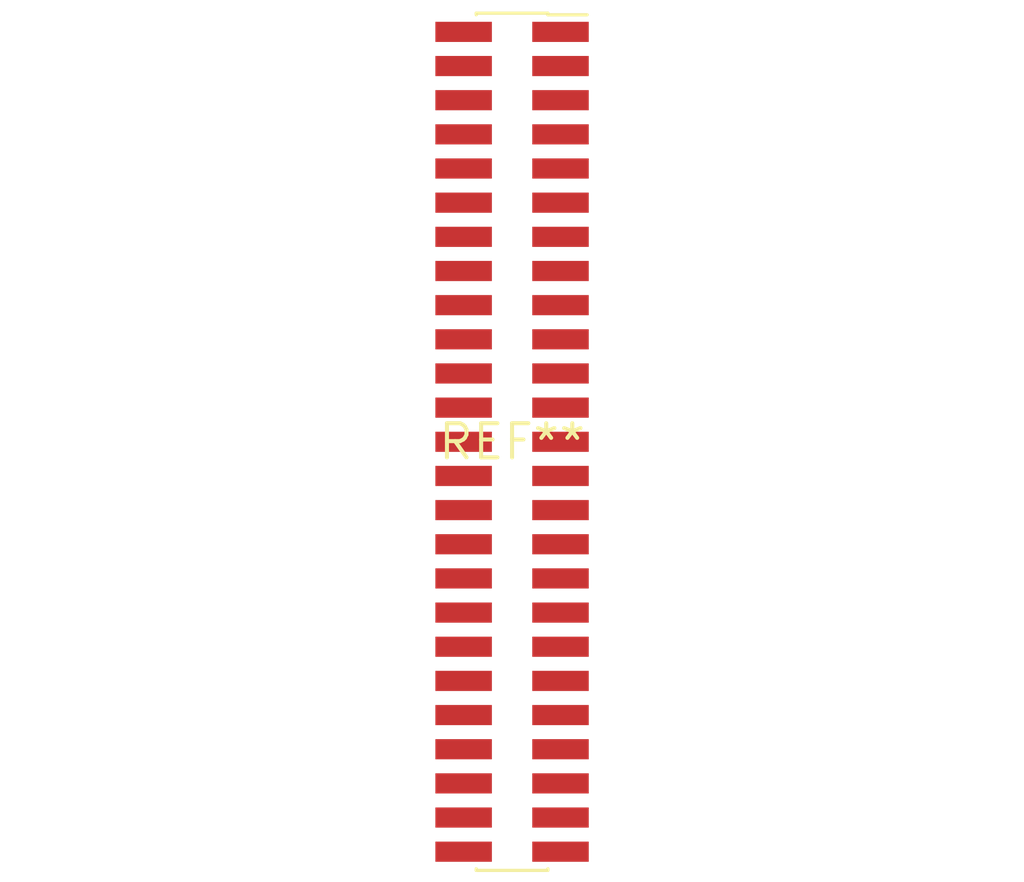
<source format=kicad_pcb>
(kicad_pcb (version 20240108) (generator pcbnew)
  (layers (0 "F.Cu" signal) (31 "B.Cu" signal) (34 "B.Paste" user) (35 "F.Paste" user) (36 "B.SilkS" user "B.Silkscreen") (37 "F.SilkS" user "F.Silkscreen") (38 "B.Mask" user) (39 "F.Mask" user) (44 "Edge.Cuts" user))
  (net 0 "")
  (footprint "PinSocket_2x25_P1.27mm_Vertical_SMD" (layer "F.Cu") (at 0 0)
    (property "Reference" "REF**")
    (property "Value" "PinSocket_2x25_P1.27mm_Vertical_SMD")
    (fp_line (start -1.33 -15.935) (end -1.33 -15.875) (layer "F.SilkS") (stroke (width 0.12)))
    (fp_line (start -1.33 -15.935) (end 1.33 -15.935) (layer "F.SilkS") (stroke (width 0.12)))
    (fp_line (start -1.33 15.875) (end -1.33 15.935) (layer "F.SilkS") (stroke (width 0.12)))
    (fp_line (start -1.33 15.935) (end 1.33 15.935) (layer "F.SilkS") (stroke (width 0.12)))
    (fp_line (start 1.33 -15.935) (end 1.33 -15.875) (layer "F.SilkS") (stroke (width 0.12)))
    (fp_line (start 1.33 -15.875) (end 2.79 -15.875) (layer "F.SilkS") (stroke (width 0.12)))
    (fp_line (start 1.33 15.875) (end 1.33 15.935) (layer "F.SilkS") (stroke (width 0.12)))
    (pad "1" smd rect (at 1.8 -15.24) (size 2.1 0.75) (layers "F.Cu" "F.Paste" "F.Mask"))
    (pad "2" smd rect (at -1.8 -15.24) (size 2.1 0.75) (layers "F.Cu" "F.Paste" "F.Mask"))
    (pad "3" smd rect (at 1.8 -13.97) (size 2.1 0.75) (layers "F.Cu" "F.Paste" "F.Mask"))
    (pad "4" smd rect (at -1.8 -13.97) (size 2.1 0.75) (layers "F.Cu" "F.Paste" "F.Mask"))
    (pad "5" smd rect (at 1.8 -12.7) (size 2.1 0.75) (layers "F.Cu" "F.Paste" "F.Mask"))
    (pad "6" smd rect (at -1.8 -12.7) (size 2.1 0.75) (layers "F.Cu" "F.Paste" "F.Mask"))
    (pad "7" smd rect (at 1.8 -11.43) (size 2.1 0.75) (layers "F.Cu" "F.Paste" "F.Mask"))
    (pad "8" smd rect (at -1.8 -11.43) (size 2.1 0.75) (layers "F.Cu" "F.Paste" "F.Mask"))
    (pad "9" smd rect (at 1.8 -10.16) (size 2.1 0.75) (layers "F.Cu" "F.Paste" "F.Mask"))
    (pad "10" smd rect (at -1.8 -10.16) (size 2.1 0.75) (layers "F.Cu" "F.Paste" "F.Mask"))
    (pad "11" smd rect (at 1.8 -8.89) (size 2.1 0.75) (layers "F.Cu" "F.Paste" "F.Mask"))
    (pad "12" smd rect (at -1.8 -8.89) (size 2.1 0.75) (layers "F.Cu" "F.Paste" "F.Mask"))
    (pad "13" smd rect (at 1.8 -7.62) (size 2.1 0.75) (layers "F.Cu" "F.Paste" "F.Mask"))
    (pad "14" smd rect (at -1.8 -7.62) (size 2.1 0.75) (layers "F.Cu" "F.Paste" "F.Mask"))
    (pad "15" smd rect (at 1.8 -6.35) (size 2.1 0.75) (layers "F.Cu" "F.Paste" "F.Mask"))
    (pad "16" smd rect (at -1.8 -6.35) (size 2.1 0.75) (layers "F.Cu" "F.Paste" "F.Mask"))
    (pad "17" smd rect (at 1.8 -5.08) (size 2.1 0.75) (layers "F.Cu" "F.Paste" "F.Mask"))
    (pad "18" smd rect (at -1.8 -5.08) (size 2.1 0.75) (layers "F.Cu" "F.Paste" "F.Mask"))
    (pad "19" smd rect (at 1.8 -3.81) (size 2.1 0.75) (layers "F.Cu" "F.Paste" "F.Mask"))
    (pad "20" smd rect (at -1.8 -3.81) (size 2.1 0.75) (layers "F.Cu" "F.Paste" "F.Mask"))
    (pad "21" smd rect (at 1.8 -2.54) (size 2.1 0.75) (layers "F.Cu" "F.Paste" "F.Mask"))
    (pad "22" smd rect (at -1.8 -2.54) (size 2.1 0.75) (layers "F.Cu" "F.Paste" "F.Mask"))
    (pad "23" smd rect (at 1.8 -1.27) (size 2.1 0.75) (layers "F.Cu" "F.Paste" "F.Mask"))
    (pad "24" smd rect (at -1.8 -1.27) (size 2.1 0.75) (layers "F.Cu" "F.Paste" "F.Mask"))
    (pad "25" smd rect (at 1.8 0) (size 2.1 0.75) (layers "F.Cu" "F.Paste" "F.Mask"))
    (pad "26" smd rect (at -1.8 0) (size 2.1 0.75) (layers "F.Cu" "F.Paste" "F.Mask"))
    (pad "27" smd rect (at 1.8 1.27) (size 2.1 0.75) (layers "F.Cu" "F.Paste" "F.Mask"))
    (pad "28" smd rect (at -1.8 1.27) (size 2.1 0.75) (layers "F.Cu" "F.Paste" "F.Mask"))
    (pad "29" smd rect (at 1.8 2.54) (size 2.1 0.75) (layers "F.Cu" "F.Paste" "F.Mask"))
    (pad "30" smd rect (at -1.8 2.54) (size 2.1 0.75) (layers "F.Cu" "F.Paste" "F.Mask"))
    (pad "31" smd rect (at 1.8 3.81) (size 2.1 0.75) (layers "F.Cu" "F.Paste" "F.Mask"))
    (pad "32" smd rect (at -1.8 3.81) (size 2.1 0.75) (layers "F.Cu" "F.Paste" "F.Mask"))
    (pad "33" smd rect (at 1.8 5.08) (size 2.1 0.75) (layers "F.Cu" "F.Paste" "F.Mask"))
    (pad "34" smd rect (at -1.8 5.08) (size 2.1 0.75) (layers "F.Cu" "F.Paste" "F.Mask"))
    (pad "35" smd rect (at 1.8 6.35) (size 2.1 0.75) (layers "F.Cu" "F.Paste" "F.Mask"))
    (pad "36" smd rect (at -1.8 6.35) (size 2.1 0.75) (layers "F.Cu" "F.Paste" "F.Mask"))
    (pad "37" smd rect (at 1.8 7.62) (size 2.1 0.75) (layers "F.Cu" "F.Paste" "F.Mask"))
    (pad "38" smd rect (at -1.8 7.62) (size 2.1 0.75) (layers "F.Cu" "F.Paste" "F.Mask"))
    (pad "39" smd rect (at 1.8 8.89) (size 2.1 0.75) (layers "F.Cu" "F.Paste" "F.Mask"))
    (pad "40" smd rect (at -1.8 8.89) (size 2.1 0.75) (layers "F.Cu" "F.Paste" "F.Mask"))
    (pad "41" smd rect (at 1.8 10.16) (size 2.1 0.75) (layers "F.Cu" "F.Paste" "F.Mask"))
    (pad "42" smd rect (at -1.8 10.16) (size 2.1 0.75) (layers "F.Cu" "F.Paste" "F.Mask"))
    (pad "43" smd rect (at 1.8 11.43) (size 2.1 0.75) (layers "F.Cu" "F.Paste" "F.Mask"))
    (pad "44" smd rect (at -1.8 11.43) (size 2.1 0.75) (layers "F.Cu" "F.Paste" "F.Mask"))
    (pad "45" smd rect (at 1.8 12.7) (size 2.1 0.75) (layers "F.Cu" "F.Paste" "F.Mask"))
    (pad "46" smd rect (at -1.8 12.7) (size 2.1 0.75) (layers "F.Cu" "F.Paste" "F.Mask"))
    (pad "47" smd rect (at 1.8 13.97) (size 2.1 0.75) (layers "F.Cu" "F.Paste" "F.Mask"))
    (pad "48" smd rect (at -1.8 13.97) (size 2.1 0.75) (layers "F.Cu" "F.Paste" "F.Mask"))
    (pad "49" smd rect (at 1.8 15.24) (size 2.1 0.75) (layers "F.Cu" "F.Paste" "F.Mask"))
    (pad "50" smd rect (at -1.8 15.24) (size 2.1 0.75) (layers "F.Cu" "F.Paste" "F.Mask"))
  )
)
</source>
